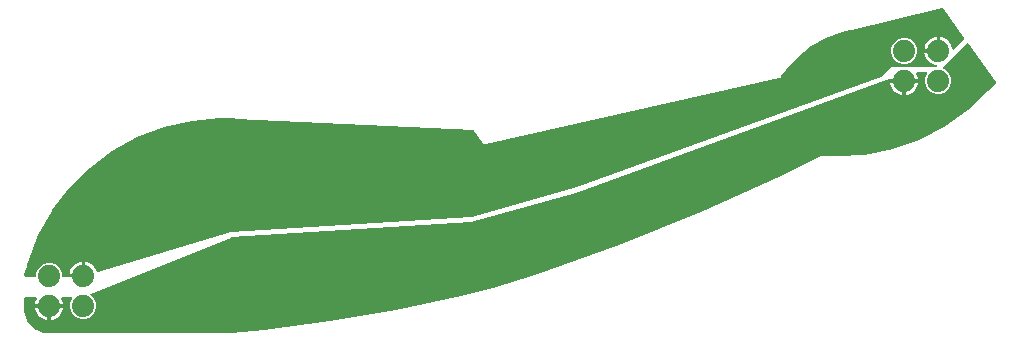
<source format=gtl>
G04 EAGLE Gerber X2 export*
G75*
%MOMM*%
%FSLAX34Y34*%
%LPD*%
%AMOC8*
5,1,8,0,0,1.08239X$1,22.5*%
G01*
%ADD10C,1.879600*%

G36*
X11958Y50042D02*
X11958Y50042D01*
X11977Y50040D01*
X12079Y50062D01*
X12181Y50079D01*
X12198Y50088D01*
X12218Y50092D01*
X12307Y50145D01*
X12398Y50194D01*
X12412Y50208D01*
X12429Y50218D01*
X12496Y50297D01*
X12568Y50372D01*
X12576Y50390D01*
X12589Y50405D01*
X12628Y50501D01*
X12671Y50595D01*
X12673Y50615D01*
X12681Y50633D01*
X12699Y50800D01*
X12699Y52973D01*
X14362Y56987D01*
X17435Y60060D01*
X21449Y61723D01*
X25795Y61723D01*
X29809Y60060D01*
X32882Y56987D01*
X34545Y52973D01*
X34545Y50800D01*
X34548Y50780D01*
X34546Y50761D01*
X34568Y50659D01*
X34584Y50557D01*
X34594Y50540D01*
X34598Y50520D01*
X34651Y50431D01*
X34700Y50340D01*
X34714Y50326D01*
X34724Y50309D01*
X34803Y50242D01*
X34878Y50171D01*
X34896Y50162D01*
X34911Y50149D01*
X35007Y50110D01*
X35101Y50067D01*
X35121Y50065D01*
X35139Y50057D01*
X35306Y50039D01*
X50800Y50039D01*
X50827Y50043D01*
X50854Y50041D01*
X51019Y50071D01*
X52035Y50376D01*
X52064Y50390D01*
X52096Y50397D01*
X52174Y50443D01*
X52256Y50483D01*
X52279Y50506D01*
X52307Y50523D01*
X52366Y50592D01*
X52431Y50656D01*
X52446Y50685D01*
X52467Y50710D01*
X52501Y50795D01*
X52504Y50801D01*
X53340Y50801D01*
X53360Y50804D01*
X53379Y50802D01*
X53481Y50824D01*
X53583Y50841D01*
X53600Y50850D01*
X53620Y50854D01*
X53709Y50907D01*
X53800Y50956D01*
X53814Y50970D01*
X53831Y50980D01*
X53898Y51059D01*
X53969Y51134D01*
X53978Y51152D01*
X53991Y51167D01*
X54030Y51263D01*
X54073Y51357D01*
X54075Y51377D01*
X54083Y51395D01*
X54101Y51562D01*
X54101Y62646D01*
X55374Y62445D01*
X57161Y61864D01*
X58835Y61011D01*
X60356Y59906D01*
X61684Y58578D01*
X62789Y57057D01*
X63642Y55383D01*
X63864Y54701D01*
X63869Y54691D01*
X63871Y54680D01*
X63925Y54582D01*
X63976Y54482D01*
X63984Y54475D01*
X63990Y54465D01*
X64072Y54390D01*
X64153Y54311D01*
X64163Y54306D01*
X64171Y54299D01*
X64273Y54254D01*
X64375Y54205D01*
X64386Y54204D01*
X64396Y54199D01*
X64508Y54189D01*
X64619Y54176D01*
X64630Y54178D01*
X64641Y54177D01*
X64806Y54207D01*
X177935Y88146D01*
X381048Y100840D01*
X381055Y100842D01*
X381209Y100868D01*
X470109Y126268D01*
X470126Y126276D01*
X470158Y126284D01*
X727968Y218994D01*
X728041Y219034D01*
X728117Y219067D01*
X728158Y219100D01*
X728183Y219113D01*
X728203Y219135D01*
X728248Y219172D01*
X736915Y227839D01*
X774700Y227839D01*
X774790Y227854D01*
X774881Y227861D01*
X774911Y227873D01*
X774943Y227879D01*
X775023Y227921D01*
X775107Y227957D01*
X775139Y227983D01*
X775160Y227994D01*
X775182Y228017D01*
X775238Y228062D01*
X775345Y228168D01*
X775352Y228178D01*
X775361Y228185D01*
X775424Y228278D01*
X775488Y228368D01*
X775492Y228379D01*
X775498Y228389D01*
X775528Y228497D01*
X775561Y228603D01*
X775560Y228615D01*
X775563Y228627D01*
X775557Y228738D01*
X775554Y228849D01*
X775550Y228860D01*
X775549Y228872D01*
X775508Y228975D01*
X775470Y229080D01*
X775462Y229089D01*
X775458Y229100D01*
X775386Y229185D01*
X775316Y229272D01*
X775306Y229278D01*
X775298Y229288D01*
X775203Y229345D01*
X775109Y229405D01*
X775098Y229408D01*
X775087Y229414D01*
X774926Y229458D01*
X773682Y229655D01*
X771895Y230236D01*
X770221Y231089D01*
X768700Y232194D01*
X767372Y233522D01*
X766267Y235043D01*
X765414Y236717D01*
X764833Y238504D01*
X764632Y239777D01*
X775716Y239777D01*
X775736Y239780D01*
X775755Y239778D01*
X775857Y239800D01*
X775959Y239817D01*
X775976Y239826D01*
X775996Y239830D01*
X776085Y239883D01*
X776176Y239932D01*
X776190Y239946D01*
X776207Y239956D01*
X776274Y240035D01*
X776345Y240110D01*
X776354Y240128D01*
X776367Y240143D01*
X776405Y240239D01*
X776449Y240333D01*
X776451Y240353D01*
X776459Y240371D01*
X776477Y240538D01*
X776477Y241301D01*
X777240Y241301D01*
X777260Y241304D01*
X777279Y241302D01*
X777381Y241324D01*
X777483Y241341D01*
X777500Y241350D01*
X777520Y241354D01*
X777609Y241407D01*
X777700Y241456D01*
X777714Y241470D01*
X777731Y241480D01*
X777798Y241559D01*
X777869Y241634D01*
X777878Y241652D01*
X777891Y241667D01*
X777930Y241763D01*
X777973Y241857D01*
X777975Y241877D01*
X777983Y241895D01*
X778001Y242062D01*
X778001Y253146D01*
X779274Y252945D01*
X781061Y252364D01*
X782735Y251511D01*
X784256Y250406D01*
X785584Y249078D01*
X786689Y247557D01*
X787542Y245883D01*
X788123Y244096D01*
X788320Y242852D01*
X788323Y242841D01*
X788324Y242829D01*
X788362Y242724D01*
X788397Y242619D01*
X788404Y242609D01*
X788408Y242598D01*
X788478Y242511D01*
X788545Y242422D01*
X788554Y242415D01*
X788562Y242406D01*
X788656Y242346D01*
X788747Y242283D01*
X788759Y242280D01*
X788769Y242273D01*
X788877Y242246D01*
X788984Y242215D01*
X788996Y242216D01*
X789007Y242213D01*
X789118Y242222D01*
X789229Y242227D01*
X789241Y242231D01*
X789253Y242232D01*
X789355Y242276D01*
X789459Y242316D01*
X789468Y242324D01*
X789479Y242328D01*
X789610Y242433D01*
X798350Y251173D01*
X798397Y251239D01*
X798452Y251300D01*
X798469Y251339D01*
X798493Y251373D01*
X798517Y251451D01*
X798550Y251526D01*
X798553Y251568D01*
X798566Y251608D01*
X798563Y251689D01*
X798570Y251771D01*
X798560Y251812D01*
X798559Y251854D01*
X798531Y251931D01*
X798512Y252010D01*
X798485Y252058D01*
X798475Y252085D01*
X798457Y252107D01*
X798429Y252156D01*
X780283Y277385D01*
X780199Y277469D01*
X780116Y277554D01*
X780112Y277555D01*
X780109Y277558D01*
X780003Y277611D01*
X779897Y277665D01*
X779893Y277666D01*
X779889Y277668D01*
X779771Y277684D01*
X779654Y277701D01*
X779649Y277701D01*
X779645Y277701D01*
X779632Y277698D01*
X779487Y277680D01*
X703407Y259354D01*
X703385Y259345D01*
X703373Y259343D01*
X703346Y259328D01*
X703335Y259324D01*
X703260Y259302D01*
X703223Y259276D01*
X703180Y259258D01*
X703179Y259258D01*
X702114Y259042D01*
X702104Y259038D01*
X702087Y259036D01*
X701282Y258842D01*
X701281Y258842D01*
X701280Y258841D01*
X695044Y257320D01*
X695016Y257309D01*
X694958Y257294D01*
X681502Y252275D01*
X681473Y252258D01*
X681393Y252224D01*
X668888Y245161D01*
X668862Y245141D01*
X668789Y245095D01*
X657543Y236162D01*
X657520Y236138D01*
X657455Y236081D01*
X647744Y225499D01*
X647728Y225474D01*
X647688Y225430D01*
X643492Y219610D01*
X643484Y219595D01*
X643466Y219573D01*
X642917Y218705D01*
X641888Y218497D01*
X641882Y218494D01*
X641872Y218493D01*
X393585Y162755D01*
X393533Y162734D01*
X393478Y162723D01*
X393385Y162675D01*
X393357Y162663D01*
X393347Y162655D01*
X393329Y162646D01*
X392964Y162402D01*
X392619Y162471D01*
X392544Y162474D01*
X392470Y162486D01*
X392404Y162479D01*
X392373Y162480D01*
X392349Y162473D01*
X392303Y162467D01*
X391960Y162390D01*
X391589Y162625D01*
X391537Y162647D01*
X391490Y162678D01*
X391390Y162710D01*
X391362Y162722D01*
X391350Y162723D01*
X391331Y162729D01*
X390900Y162815D01*
X390705Y163108D01*
X390653Y163163D01*
X390610Y163224D01*
X390558Y163265D01*
X390537Y163288D01*
X390514Y163300D01*
X390479Y163329D01*
X390181Y163517D01*
X390085Y163945D01*
X390064Y163997D01*
X390053Y164052D01*
X390005Y164145D01*
X389993Y164173D01*
X389985Y164183D01*
X389976Y164201D01*
X383619Y173736D01*
X383602Y173754D01*
X383591Y173776D01*
X383519Y173844D01*
X383451Y173916D01*
X383430Y173928D01*
X383412Y173945D01*
X383322Y173986D01*
X383235Y174033D01*
X383211Y174037D01*
X383189Y174048D01*
X383023Y174074D01*
X181779Y184005D01*
X181724Y183999D01*
X180418Y184073D01*
X180415Y184072D01*
X180412Y184073D01*
X180401Y184073D01*
X180392Y184073D01*
X180380Y184074D01*
X168375Y184328D01*
X168348Y184325D01*
X168295Y184326D01*
X144374Y182323D01*
X144343Y182315D01*
X144269Y182307D01*
X120860Y176994D01*
X120830Y176982D01*
X120758Y176963D01*
X98316Y168444D01*
X98288Y168428D01*
X98219Y168400D01*
X77181Y156840D01*
X77156Y156820D01*
X77092Y156783D01*
X57867Y142408D01*
X57845Y142384D01*
X57787Y142338D01*
X40750Y125428D01*
X40730Y125402D01*
X40680Y125348D01*
X26162Y106231D01*
X26147Y106202D01*
X26104Y106142D01*
X14388Y85190D01*
X14377Y85160D01*
X14342Y85094D01*
X5656Y62716D01*
X5651Y62689D01*
X5632Y62640D01*
X4952Y60140D01*
X4538Y58618D01*
X4538Y58617D01*
X3502Y54811D01*
X2567Y51373D01*
X2566Y51356D01*
X2559Y51340D01*
X2541Y51173D01*
X2541Y50800D01*
X2544Y50780D01*
X2542Y50761D01*
X2564Y50659D01*
X2580Y50557D01*
X2590Y50540D01*
X2594Y50520D01*
X2647Y50431D01*
X2696Y50340D01*
X2710Y50326D01*
X2720Y50309D01*
X2799Y50242D01*
X2874Y50171D01*
X2892Y50162D01*
X2907Y50149D01*
X3003Y50110D01*
X3097Y50067D01*
X3117Y50065D01*
X3135Y50057D01*
X3302Y50039D01*
X11938Y50039D01*
X11958Y50042D01*
G37*
G36*
X177673Y2545D02*
X177673Y2545D01*
X177719Y2544D01*
X205626Y5159D01*
X205635Y5161D01*
X205651Y5161D01*
X261499Y12244D01*
X261512Y12248D01*
X261532Y12249D01*
X317019Y21761D01*
X317031Y21765D01*
X317051Y21767D01*
X372070Y33691D01*
X372080Y33694D01*
X372095Y33696D01*
X399335Y40540D01*
X399351Y40547D01*
X399379Y40552D01*
X435026Y51803D01*
X435035Y51808D01*
X435050Y51811D01*
X505683Y76673D01*
X505695Y76680D01*
X505714Y76685D01*
X575196Y104605D01*
X575207Y104611D01*
X575227Y104618D01*
X643424Y135541D01*
X643432Y135547D01*
X643447Y135552D01*
X676677Y151952D01*
X676688Y151959D01*
X676700Y151963D01*
X676838Y152058D01*
X677316Y152471D01*
X677450Y152461D01*
X677572Y152472D01*
X677693Y152482D01*
X677694Y152483D01*
X677695Y152483D01*
X677699Y152485D01*
X677850Y152541D01*
X677969Y152602D01*
X678539Y152416D01*
X678560Y152412D01*
X678580Y152404D01*
X678746Y152379D01*
X690310Y151928D01*
X690337Y151931D01*
X690389Y151929D01*
X714181Y153451D01*
X714212Y153458D01*
X714284Y153465D01*
X737645Y158225D01*
X737675Y158236D01*
X737745Y158253D01*
X760236Y166162D01*
X760264Y166177D01*
X760332Y166203D01*
X781530Y177112D01*
X781556Y177132D01*
X781619Y177166D01*
X801127Y190871D01*
X801150Y190894D01*
X801208Y190937D01*
X818659Y207180D01*
X818676Y207201D01*
X818714Y207236D01*
X824913Y214327D01*
X824943Y214375D01*
X824981Y214417D01*
X825007Y214479D01*
X825043Y214536D01*
X825056Y214591D01*
X825078Y214643D01*
X825084Y214710D01*
X825099Y214776D01*
X825094Y214831D01*
X825099Y214888D01*
X825083Y214953D01*
X825077Y215020D01*
X825054Y215072D01*
X825040Y215127D01*
X824989Y215217D01*
X824977Y215245D01*
X824968Y215255D01*
X824958Y215273D01*
X801625Y247713D01*
X801561Y247777D01*
X801502Y247847D01*
X801474Y247863D01*
X801451Y247887D01*
X801370Y247927D01*
X801292Y247974D01*
X801260Y247981D01*
X801231Y247996D01*
X801141Y248008D01*
X801052Y248028D01*
X801020Y248025D01*
X800987Y248029D01*
X800898Y248012D01*
X800807Y248003D01*
X800778Y247989D01*
X800746Y247983D01*
X800666Y247938D01*
X800584Y247901D01*
X800552Y247874D01*
X800531Y247862D01*
X800510Y247838D01*
X800455Y247792D01*
X780766Y227066D01*
X780745Y227037D01*
X780719Y227012D01*
X780676Y226935D01*
X780627Y226863D01*
X780617Y226828D01*
X780600Y226797D01*
X780584Y226710D01*
X780561Y226626D01*
X780563Y226590D01*
X780556Y226554D01*
X780569Y226468D01*
X780574Y226381D01*
X780587Y226347D01*
X780592Y226311D01*
X780632Y226233D01*
X780664Y226152D01*
X780687Y226124D01*
X780704Y226092D01*
X780766Y226031D01*
X780822Y225964D01*
X780853Y225945D01*
X780879Y225920D01*
X781026Y225839D01*
X782665Y225160D01*
X785738Y222087D01*
X787401Y218073D01*
X787401Y213727D01*
X785738Y209713D01*
X782665Y206640D01*
X778651Y204977D01*
X774305Y204977D01*
X770291Y206640D01*
X767218Y209713D01*
X765555Y213727D01*
X765555Y218073D01*
X767165Y221959D01*
X767175Y222003D01*
X767195Y222045D01*
X767203Y222122D01*
X767221Y222198D01*
X767217Y222244D01*
X767222Y222289D01*
X767205Y222366D01*
X767198Y222443D01*
X767179Y222485D01*
X767170Y222530D01*
X767130Y222597D01*
X767098Y222668D01*
X767067Y222702D01*
X767043Y222741D01*
X766984Y222792D01*
X766932Y222849D01*
X766891Y222871D01*
X766856Y222901D01*
X766784Y222930D01*
X766716Y222967D01*
X766671Y222976D01*
X766628Y222993D01*
X766492Y223008D01*
X766474Y223011D01*
X766469Y223010D01*
X766462Y223011D01*
X758540Y223011D01*
X758465Y222999D01*
X758390Y222996D01*
X758345Y222979D01*
X758297Y222972D01*
X758230Y222936D01*
X758160Y222909D01*
X758122Y222879D01*
X758080Y222856D01*
X758028Y222802D01*
X757969Y222754D01*
X757944Y222713D01*
X757911Y222678D01*
X757879Y222609D01*
X757838Y222545D01*
X757827Y222499D01*
X757807Y222455D01*
X757799Y222380D01*
X757781Y222306D01*
X757785Y222258D01*
X757780Y222211D01*
X757796Y222137D01*
X757803Y222061D01*
X757825Y222001D01*
X757832Y221970D01*
X757845Y221948D01*
X757862Y221904D01*
X758586Y220483D01*
X759167Y218696D01*
X759368Y217423D01*
X748284Y217423D01*
X748264Y217420D01*
X748245Y217422D01*
X748143Y217400D01*
X748041Y217383D01*
X748024Y217374D01*
X748004Y217370D01*
X747915Y217317D01*
X747824Y217268D01*
X747810Y217254D01*
X747793Y217244D01*
X747726Y217165D01*
X747655Y217090D01*
X747646Y217072D01*
X747633Y217057D01*
X747595Y216961D01*
X747551Y216867D01*
X747549Y216847D01*
X747541Y216829D01*
X747523Y216662D01*
X747523Y215899D01*
X747521Y215899D01*
X747521Y216662D01*
X747518Y216682D01*
X747520Y216701D01*
X747498Y216803D01*
X747481Y216905D01*
X747472Y216922D01*
X747468Y216942D01*
X747415Y217031D01*
X747366Y217122D01*
X747352Y217136D01*
X747342Y217153D01*
X747263Y217220D01*
X747188Y217291D01*
X747170Y217300D01*
X747155Y217313D01*
X747059Y217352D01*
X746965Y217395D01*
X746945Y217397D01*
X746927Y217405D01*
X746760Y217423D01*
X735452Y217423D01*
X735406Y217495D01*
X735379Y217517D01*
X735358Y217545D01*
X735284Y217595D01*
X735215Y217651D01*
X735183Y217663D01*
X735154Y217682D01*
X735068Y217706D01*
X734985Y217737D01*
X734950Y217738D01*
X734917Y217748D01*
X734828Y217743D01*
X734739Y217746D01*
X734696Y217735D01*
X734671Y217734D01*
X734642Y217722D01*
X734576Y217706D01*
X469665Y121375D01*
X380870Y96005D01*
X177753Y83310D01*
X177716Y83301D01*
X177679Y83302D01*
X177517Y83257D01*
X59054Y35872D01*
X59011Y35845D01*
X58963Y35828D01*
X58906Y35782D01*
X58844Y35745D01*
X58811Y35706D01*
X58771Y35674D01*
X58732Y35613D01*
X58684Y35557D01*
X58666Y35510D01*
X58638Y35468D01*
X58621Y35396D01*
X58593Y35328D01*
X58591Y35278D01*
X58578Y35229D01*
X58584Y35156D01*
X58580Y35083D01*
X58594Y35034D01*
X58597Y34984D01*
X58626Y34916D01*
X58646Y34846D01*
X58674Y34804D01*
X58694Y34757D01*
X58769Y34664D01*
X58783Y34642D01*
X58790Y34637D01*
X58799Y34626D01*
X61838Y31587D01*
X63501Y27573D01*
X63501Y23227D01*
X61838Y19213D01*
X58765Y16140D01*
X54751Y14477D01*
X50405Y14477D01*
X46391Y16140D01*
X43318Y19213D01*
X41655Y23227D01*
X41655Y27573D01*
X43265Y31459D01*
X43275Y31503D01*
X43295Y31545D01*
X43303Y31622D01*
X43321Y31698D01*
X43317Y31744D01*
X43322Y31789D01*
X43305Y31866D01*
X43298Y31943D01*
X43279Y31985D01*
X43270Y32030D01*
X43230Y32097D01*
X43198Y32168D01*
X43167Y32202D01*
X43143Y32241D01*
X43084Y32292D01*
X43032Y32349D01*
X42991Y32371D01*
X42956Y32401D01*
X42884Y32430D01*
X42816Y32467D01*
X42771Y32476D01*
X42728Y32493D01*
X42592Y32508D01*
X42574Y32511D01*
X42569Y32510D01*
X42562Y32511D01*
X34640Y32511D01*
X34565Y32499D01*
X34490Y32496D01*
X34445Y32479D01*
X34397Y32472D01*
X34330Y32436D01*
X34260Y32409D01*
X34222Y32379D01*
X34180Y32356D01*
X34128Y32302D01*
X34069Y32254D01*
X34044Y32213D01*
X34011Y32178D01*
X33979Y32109D01*
X33938Y32045D01*
X33927Y31999D01*
X33907Y31955D01*
X33899Y31880D01*
X33881Y31806D01*
X33885Y31758D01*
X33880Y31711D01*
X33896Y31637D01*
X33903Y31561D01*
X33925Y31501D01*
X33932Y31470D01*
X33945Y31448D01*
X33962Y31404D01*
X34686Y29983D01*
X35267Y28196D01*
X35468Y26923D01*
X24384Y26923D01*
X24364Y26920D01*
X24345Y26922D01*
X24243Y26900D01*
X24141Y26883D01*
X24124Y26874D01*
X24104Y26870D01*
X24015Y26817D01*
X23924Y26768D01*
X23910Y26754D01*
X23893Y26744D01*
X23826Y26665D01*
X23755Y26590D01*
X23746Y26572D01*
X23733Y26557D01*
X23695Y26461D01*
X23651Y26367D01*
X23649Y26347D01*
X23641Y26329D01*
X23623Y26162D01*
X23623Y25399D01*
X23621Y25399D01*
X23621Y26162D01*
X23619Y26173D01*
X23620Y26179D01*
X23618Y26187D01*
X23620Y26201D01*
X23598Y26303D01*
X23581Y26405D01*
X23572Y26422D01*
X23568Y26442D01*
X23515Y26531D01*
X23466Y26622D01*
X23452Y26636D01*
X23442Y26653D01*
X23363Y26720D01*
X23288Y26791D01*
X23270Y26800D01*
X23255Y26813D01*
X23159Y26852D01*
X23065Y26895D01*
X23045Y26897D01*
X23027Y26905D01*
X22860Y26923D01*
X11776Y26923D01*
X11977Y28196D01*
X12558Y29983D01*
X13282Y31404D01*
X13305Y31476D01*
X13337Y31545D01*
X13342Y31593D01*
X13357Y31639D01*
X13356Y31714D01*
X13364Y31789D01*
X13354Y31837D01*
X13353Y31885D01*
X13328Y31956D01*
X13312Y32030D01*
X13287Y32071D01*
X13271Y32117D01*
X13225Y32176D01*
X13186Y32241D01*
X13149Y32272D01*
X13119Y32310D01*
X13056Y32352D01*
X12999Y32401D01*
X12954Y32419D01*
X12914Y32445D01*
X12841Y32465D01*
X12771Y32493D01*
X12706Y32500D01*
X12676Y32508D01*
X12650Y32506D01*
X12604Y32511D01*
X3302Y32511D01*
X3282Y32508D01*
X3263Y32510D01*
X3161Y32488D01*
X3059Y32472D01*
X3042Y32462D01*
X3022Y32458D01*
X2933Y32405D01*
X2842Y32356D01*
X2828Y32342D01*
X2811Y32332D01*
X2744Y32253D01*
X2672Y32178D01*
X2664Y32160D01*
X2651Y32145D01*
X2612Y32049D01*
X2569Y31955D01*
X2567Y31935D01*
X2559Y31917D01*
X2541Y31750D01*
X2541Y21499D01*
X2544Y21477D01*
X2543Y21439D01*
X2767Y18592D01*
X2768Y18587D01*
X2768Y18581D01*
X2802Y18417D01*
X4561Y13002D01*
X4578Y12971D01*
X4586Y12936D01*
X4669Y12790D01*
X8016Y8184D01*
X8038Y8163D01*
X8051Y8140D01*
X8056Y8136D01*
X8060Y8129D01*
X8184Y8016D01*
X12790Y4669D01*
X12822Y4653D01*
X12850Y4630D01*
X13002Y4561D01*
X18417Y2802D01*
X18423Y2801D01*
X18428Y2799D01*
X18592Y2767D01*
X21439Y2543D01*
X21461Y2545D01*
X21499Y2541D01*
X177648Y2541D01*
X177673Y2545D01*
G37*
%LPC*%
G36*
X745349Y230377D02*
X745349Y230377D01*
X741335Y232040D01*
X738262Y235113D01*
X736599Y239127D01*
X736599Y243473D01*
X738262Y247487D01*
X741335Y250560D01*
X745349Y252223D01*
X749695Y252223D01*
X753709Y250560D01*
X756782Y247487D01*
X758445Y243473D01*
X758445Y239127D01*
X756782Y235113D01*
X753709Y232040D01*
X749695Y230377D01*
X745349Y230377D01*
G37*
%LPD*%
%LPC*%
G36*
X764632Y242823D02*
X764632Y242823D01*
X764833Y244096D01*
X765414Y245883D01*
X766267Y247557D01*
X767372Y249078D01*
X768700Y250406D01*
X770221Y251511D01*
X771895Y252364D01*
X773682Y252945D01*
X774955Y253146D01*
X774955Y242823D01*
X764632Y242823D01*
G37*
%LPD*%
%LPC*%
G36*
X749045Y214377D02*
X749045Y214377D01*
X759368Y214377D01*
X759167Y213104D01*
X758586Y211317D01*
X757733Y209643D01*
X756628Y208122D01*
X755300Y206794D01*
X753779Y205689D01*
X752105Y204836D01*
X750318Y204255D01*
X749045Y204054D01*
X749045Y214377D01*
G37*
%LPD*%
%LPC*%
G36*
X40732Y52323D02*
X40732Y52323D01*
X40933Y53596D01*
X41514Y55383D01*
X42367Y57057D01*
X43472Y58578D01*
X44800Y59906D01*
X46321Y61011D01*
X47995Y61864D01*
X49782Y62445D01*
X51055Y62646D01*
X51055Y52323D01*
X40732Y52323D01*
G37*
%LPD*%
%LPC*%
G36*
X25145Y23877D02*
X25145Y23877D01*
X35468Y23877D01*
X35267Y22604D01*
X34686Y20817D01*
X33833Y19143D01*
X32728Y17622D01*
X31400Y16294D01*
X29879Y15189D01*
X28205Y14336D01*
X26418Y13755D01*
X25145Y13554D01*
X25145Y23877D01*
G37*
%LPD*%
%LPC*%
G36*
X744726Y204255D02*
X744726Y204255D01*
X742939Y204836D01*
X741265Y205689D01*
X739744Y206794D01*
X738416Y208122D01*
X737311Y209643D01*
X736458Y211317D01*
X735877Y213104D01*
X735676Y214377D01*
X745999Y214377D01*
X745999Y204054D01*
X744726Y204255D01*
G37*
%LPD*%
%LPC*%
G36*
X20826Y13755D02*
X20826Y13755D01*
X19039Y14336D01*
X17365Y15189D01*
X15844Y16294D01*
X14516Y17622D01*
X13411Y19143D01*
X12558Y20817D01*
X11977Y22604D01*
X11776Y23877D01*
X22099Y23877D01*
X22099Y13554D01*
X20826Y13755D01*
G37*
%LPD*%
D10*
X747522Y215900D03*
X776478Y215900D03*
X747522Y241300D03*
X776478Y241300D03*
X23622Y25400D03*
X52578Y25400D03*
X23622Y50800D03*
X52578Y50800D03*
M02*

</source>
